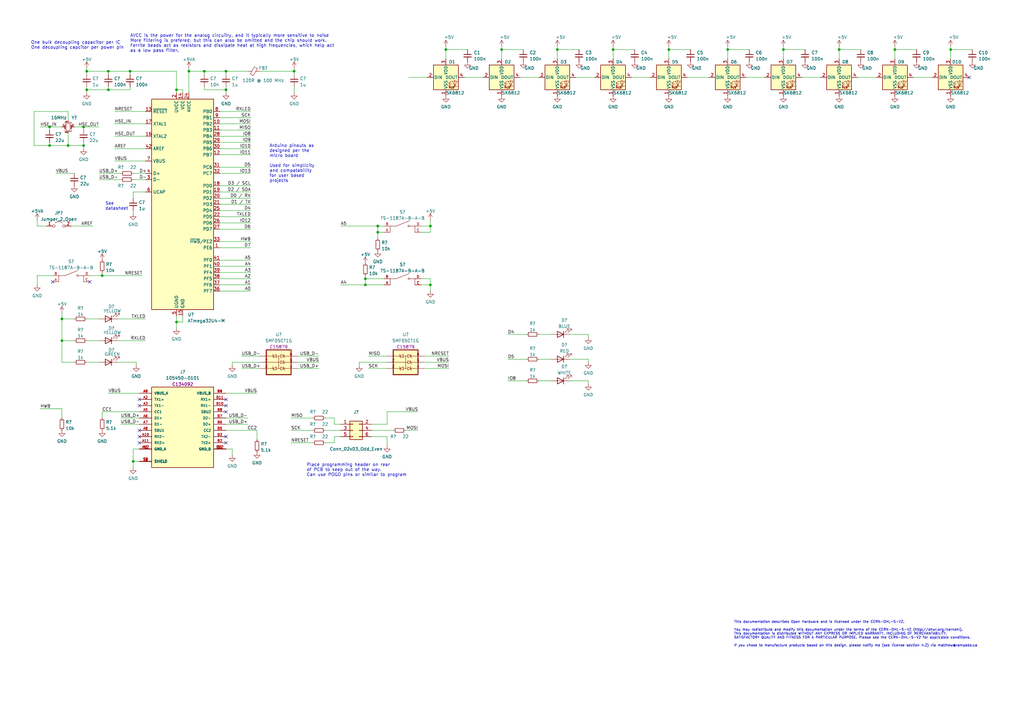
<source format=kicad_sch>
(kicad_sch (version 20230121) (generator eeschema)
  (paper "A3")
  (title_block (title "ALP Release Version") (date "2022-08-14") (rev "Revision 1") (company "Copyright (C) 2022 Matthew Rampado"))
  (junction (at 34.29 52.07))
  (junction (at 35.56 36.83))
  (junction (at 120.65 29.21))
  (junction (at 344.17 20.32))
  (junction (at 20.32 52.07))
  (junction (at 54.61 189.23))
  (junction (at 154.94 95.25))
  (junction (at 92.71 29.21))
  (junction (at 44.45 29.21))
  (junction (at 41.91 113.03))
  (junction (at 274.32 20.32))
  (junction (at 35.56 29.21))
  (junction (at 298.45 20.32))
  (junction (at 72.39 36.83))
  (junction (at 44.45 36.83))
  (junction (at 149.86 114.3))
  (junction (at 321.31 20.32))
  (junction (at 25.4 130.81))
  (junction (at 205.74 20.32))
  (junction (at 20.32 59.69))
  (junction (at 228.6 20.32))
  (junction (at 176.53 92.71))
  (junction (at 53.34 29.21))
  (junction (at 27.94 59.69))
  (junction (at 182.88 20.32))
  (junction (at 34.29 59.69))
  (junction (at 25.4 139.7))
  (junction (at 367.03 20.32))
  (junction (at 77.47 29.21))
  (junction (at 72.39 132.08))
  (junction (at 83.82 29.21))
  (junction (at 154.94 92.71))
  (junction (at 176.53 116.84))
  (junction (at 251.46 20.32))
  (junction (at 149.86 116.84))
  (junction (at 92.71 36.83))
  (junction (at 389.89 20.32))
  (no_connect (at 36.83 115.57))
  (no_connect (at 21.59 115.57))
  (no_connect (at 57.15 181.61))
  (no_connect (at 57.15 179.07))
  (no_connect (at 57.15 176.53))
  (no_connect (at 57.15 166.37))
  (no_connect (at 57.15 163.83))
  (no_connect (at 92.71 163.83))
  (no_connect (at 92.71 181.61))
  (no_connect (at 92.71 179.07))
  (no_connect (at 92.71 168.91))
  (no_connect (at 92.71 166.37))
  (no_connect (at 397.51 31.75))
  (wire (pts (xy 54.61 189.23) (xy 54.61 191.77)))
  (wire (pts (xy 251.46 20.32) (xy 260.35 20.32)))
  (wire (pts (xy 241.3 148.59) (xy 241.3 147.32)))
  (wire (pts (xy 41.91 111.76) (xy 41.91 113.03)))
  (wire (pts (xy 120.65 27.94) (xy 120.65 29.21)))
  (wire (pts (xy 220.98 147.32) (xy 226.06 147.32)))
  (wire (pts (xy 35.56 36.83) (xy 44.45 36.83)))
  (wire (pts (xy 92.71 29.21) (xy 83.82 29.21)))
  (wire (pts (xy 344.17 20.32) (xy 353.06 20.32)))
  (wire (pts (xy 29.21 92.71) (xy 38.1 92.71)))
  (wire (pts (xy 53.34 29.21) (xy 72.39 29.21)))
  (wire (pts (xy 133.35 171.45) (xy 137.16 171.45)))
  (wire (pts (xy 90.17 111.76) (xy 102.87 111.76)))
  (wire (pts (xy 281.94 31.75) (xy 290.83 31.75)))
  (wire (pts (xy 90.17 45.72) (xy 102.87 45.72)))
  (wire (pts (xy 167.64 31.75) (xy 175.26 31.75)))
  (wire (pts (xy 120.65 29.21) (xy 120.65 30.48)))
  (wire (pts (xy 274.32 19.05) (xy 274.32 20.32)))
  (wire (pts (xy 176.53 92.71) (xy 176.53 95.25)))
  (wire (pts (xy 139.7 92.71) (xy 154.94 92.71)))
  (wire (pts (xy 92.71 36.83) (xy 92.71 38.1)))
  (wire (pts (xy 72.39 129.54) (xy 72.39 132.08)))
  (wire (pts (xy 367.03 24.13) (xy 367.03 20.32)))
  (wire (pts (xy 74.93 36.83) (xy 72.39 36.83)))
  (wire (pts (xy 27.94 45.72) (xy 13.97 45.72)))
  (wire (pts (xy 92.71 29.21) (xy 101.6 29.21)))
  (wire (pts (xy 90.17 76.2) (xy 102.87 76.2)))
  (wire (pts (xy 44.45 36.83) (xy 53.34 36.83)))
  (wire (pts (xy 176.53 95.25) (xy 172.72 95.25)))
  (wire (pts (xy 25.4 167.64) (xy 16.51 167.64)))
  (wire (pts (xy 121.92 148.59) (xy 130.81 148.59)))
  (wire (pts (xy 36.83 113.03) (xy 41.91 113.03)))
  (wire (pts (xy 90.17 93.98) (xy 102.87 93.98)))
  (wire (pts (xy 57.15 184.15) (xy 54.61 184.15)))
  (wire (pts (xy 20.32 59.69) (xy 27.94 59.69)))
  (wire (pts (xy 171.45 168.91) (xy 158.75 168.91)))
  (wire (pts (xy 182.88 24.13) (xy 182.88 20.32)))
  (wire (pts (xy 46.99 66.04) (xy 59.69 66.04)))
  (wire (pts (xy 99.06 151.13) (xy 106.68 151.13)))
  (wire (pts (xy 54.61 86.36) (xy 54.61 87.63)))
  (wire (pts (xy 233.68 156.21) (xy 241.3 156.21)))
  (wire (pts (xy 92.71 161.29) (xy 105.41 161.29)))
  (wire (pts (xy 55.88 148.59) (xy 48.26 148.59)))
  (wire (pts (xy 172.72 116.84) (xy 176.53 116.84)))
  (wire (pts (xy 228.6 24.13) (xy 228.6 20.32)))
  (wire (pts (xy 274.32 20.32) (xy 283.21 20.32)))
  (wire (pts (xy 90.17 99.06) (xy 102.87 99.06)))
  (wire (pts (xy 208.28 147.32) (xy 215.9 147.32)))
  (wire (pts (xy 151.13 146.05) (xy 158.75 146.05)))
  (wire (pts (xy 157.48 114.3) (xy 149.86 114.3)))
  (wire (pts (xy 53.34 36.83) (xy 53.34 35.56)))
  (wire (pts (xy 25.4 139.7) (xy 30.48 139.7)))
  (wire (pts (xy 389.89 20.32) (xy 398.78 20.32)))
  (wire (pts (xy 241.3 147.32) (xy 233.68 147.32)))
  (wire (pts (xy 328.93 31.75) (xy 336.55 31.75)))
  (wire (pts (xy 172.72 114.3) (xy 176.53 114.3)))
  (wire (pts (xy 205.74 20.32) (xy 214.63 20.32)))
  (wire (pts (xy 20.32 58.42) (xy 20.32 59.69)))
  (wire (pts (xy 90.17 109.22) (xy 102.87 109.22)))
  (wire (pts (xy 176.53 90.17) (xy 176.53 92.71)))
  (wire (pts (xy 34.29 58.42) (xy 34.29 59.69)))
  (wire (pts (xy 34.29 52.07) (xy 40.64 52.07)))
  (wire (pts (xy 54.61 78.74) (xy 54.61 81.28)))
  (wire (pts (xy 344.17 24.13) (xy 344.17 20.32)))
  (wire (pts (xy 158.75 179.07) (xy 158.75 182.88)))
  (wire (pts (xy 90.17 91.44) (xy 102.87 91.44)))
  (wire (pts (xy 25.4 128.27) (xy 25.4 130.81)))
  (wire (pts (xy 74.93 38.1) (xy 74.93 36.83)))
  (wire (pts (xy 298.45 20.32) (xy 307.34 20.32)))
  (wire (pts (xy 34.29 59.69) (xy 34.29 60.96)))
  (wire (pts (xy 27.94 49.53) (xy 27.94 45.72)))
  (wire (pts (xy 233.68 137.16) (xy 241.3 137.16)))
  (wire (pts (xy 173.99 146.05) (xy 184.15 146.05)))
  (wire (pts (xy 48.26 139.7) (xy 59.69 139.7)))
  (wire (pts (xy 92.71 35.56) (xy 92.71 36.83)))
  (wire (pts (xy 46.99 50.8) (xy 59.69 50.8)))
  (wire (pts (xy 90.17 71.12) (xy 102.87 71.12)))
  (wire (pts (xy 321.31 19.05) (xy 321.31 20.32)))
  (wire (pts (xy 92.71 184.15) (xy 95.25 184.15)))
  (wire (pts (xy 151.13 151.13) (xy 158.75 151.13)))
  (wire (pts (xy 173.99 148.59) (xy 184.15 148.59)))
  (wire (pts (xy 46.99 55.88) (xy 59.69 55.88)))
  (wire (pts (xy 35.56 148.59) (xy 40.64 148.59)))
  (wire (pts (xy 147.32 148.59) (xy 147.32 149.86)))
  (wire (pts (xy 25.4 130.81) (xy 25.4 139.7)))
  (wire (pts (xy 106.68 148.59) (xy 95.25 148.59)))
  (wire (pts (xy 90.17 55.88) (xy 102.87 55.88)))
  (wire (pts (xy 90.17 116.84) (xy 102.87 116.84)))
  (wire (pts (xy 172.72 92.71) (xy 176.53 92.71)))
  (wire (pts (xy 119.38 181.61) (xy 128.27 181.61)))
  (wire (pts (xy 241.3 137.16) (xy 241.3 138.43)))
  (wire (pts (xy 57.15 168.91) (xy 41.91 168.91)))
  (wire (pts (xy 74.93 132.08) (xy 72.39 132.08)))
  (wire (pts (xy 90.17 86.36) (xy 102.87 86.36)))
  (wire (pts (xy 35.56 35.56) (xy 35.56 36.83)))
  (wire (pts (xy 34.29 59.69) (xy 27.94 59.69)))
  (wire (pts (xy 54.61 71.12) (xy 59.69 71.12)))
  (wire (pts (xy 25.4 148.59) (xy 30.48 148.59)))
  (wire (pts (xy 344.17 19.05) (xy 344.17 20.32)))
  (wire (pts (xy 205.74 24.13) (xy 205.74 20.32)))
  (wire (pts (xy 55.88 149.86) (xy 55.88 148.59)))
  (wire (pts (xy 154.94 95.25) (xy 154.94 97.79)))
  (wire (pts (xy 137.16 173.99) (xy 139.7 173.99)))
  (wire (pts (xy 53.34 29.21) (xy 53.34 30.48)))
  (wire (pts (xy 13.97 59.69) (xy 20.32 59.69)))
  (wire (pts (xy 15.24 113.03) (xy 15.24 116.84)))
  (wire (pts (xy 321.31 20.32) (xy 330.2 20.32)))
  (wire (pts (xy 90.17 101.6) (xy 102.87 101.6)))
  (wire (pts (xy 228.6 19.05) (xy 228.6 20.32)))
  (wire (pts (xy 20.32 52.07) (xy 25.4 52.07)))
  (wire (pts (xy 157.48 92.71) (xy 154.94 92.71)))
  (wire (pts (xy 220.98 137.16) (xy 226.06 137.16)))
  (wire (pts (xy 44.45 29.21) (xy 44.45 30.48)))
  (wire (pts (xy 48.26 130.81) (xy 59.69 130.81)))
  (wire (pts (xy 139.7 116.84) (xy 149.86 116.84)))
  (wire (pts (xy 298.45 19.05) (xy 298.45 20.32)))
  (wire (pts (xy 158.75 148.59) (xy 147.32 148.59)))
  (wire (pts (xy 182.88 19.05) (xy 182.88 20.32)))
  (wire (pts (xy 54.61 73.66) (xy 59.69 73.66)))
  (wire (pts (xy 77.47 27.94) (xy 77.47 29.21)))
  (wire (pts (xy 44.45 161.29) (xy 57.15 161.29)))
  (wire (pts (xy 90.17 63.5) (xy 102.87 63.5)))
  (wire (pts (xy 99.06 146.05) (xy 106.68 146.05)))
  (wire (pts (xy 92.71 171.45) (xy 101.6 171.45)))
  (wire (pts (xy 119.38 171.45) (xy 128.27 171.45)))
  (wire (pts (xy 259.08 31.75) (xy 266.7 31.75)))
  (wire (pts (xy 20.32 52.07) (xy 20.32 53.34)))
  (wire (pts (xy 241.3 156.21) (xy 241.3 157.48)))
  (wire (pts (xy 21.59 113.03) (xy 15.24 113.03)))
  (wire (pts (xy 251.46 24.13) (xy 251.46 20.32)))
  (wire (pts (xy 83.82 36.83) (xy 92.71 36.83)))
  (wire (pts (xy 54.61 189.23) (xy 57.15 189.23)))
  (wire (pts (xy 208.28 156.21) (xy 215.9 156.21)))
  (wire (pts (xy 95.25 184.15) (xy 95.25 186.69)))
  (wire (pts (xy 166.37 176.53) (xy 171.45 176.53)))
  (wire (pts (xy 25.4 139.7) (xy 25.4 148.59)))
  (wire (pts (xy 274.32 24.13) (xy 274.32 20.32)))
  (wire (pts (xy 49.53 171.45) (xy 57.15 171.45)))
  (wire (pts (xy 72.39 29.21) (xy 72.39 36.83)))
  (wire (pts (xy 389.89 24.13) (xy 389.89 20.32)))
  (wire (pts (xy 25.4 130.81) (xy 30.48 130.81)))
  (wire (pts (xy 15.24 92.71) (xy 19.05 92.71)))
  (wire (pts (xy 149.86 114.3) (xy 149.86 113.03)))
  (wire (pts (xy 90.17 48.26) (xy 102.87 48.26)))
  (wire (pts (xy 298.45 24.13) (xy 298.45 20.32)))
  (wire (pts (xy 90.17 60.96) (xy 102.87 60.96)))
  (wire (pts (xy 157.48 116.84) (xy 149.86 116.84)))
  (wire (pts (xy 213.36 31.75) (xy 220.98 31.75)))
  (wire (pts (xy 306.07 31.75) (xy 313.69 31.75)))
  (wire (pts (xy 90.17 53.34) (xy 102.87 53.34)))
  (wire (pts (xy 182.88 20.32) (xy 191.77 20.32)))
  (wire (pts (xy 46.99 60.96) (xy 59.69 60.96)))
  (wire (pts (xy 35.56 29.21) (xy 44.45 29.21)))
  (wire (pts (xy 40.64 73.66) (xy 49.53 73.66)))
  (wire (pts (xy 35.56 29.21) (xy 35.56 30.48)))
  (wire (pts (xy 152.4 176.53) (xy 161.29 176.53)))
  (wire (pts (xy 137.16 181.61) (xy 133.35 181.61)))
  (wire (pts (xy 173.99 151.13) (xy 184.15 151.13)))
  (wire (pts (xy 40.64 71.12) (xy 49.53 71.12)))
  (wire (pts (xy 92.71 173.99) (xy 101.6 173.99)))
  (wire (pts (xy 77.47 29.21) (xy 77.47 38.1)))
  (wire (pts (xy 83.82 29.21) (xy 77.47 29.21)))
  (wire (pts (xy 154.94 92.71) (xy 154.94 95.25)))
  (wire (pts (xy 16.51 52.07) (xy 20.32 52.07)))
  (wire (pts (xy 158.75 173.99) (xy 152.4 173.99)))
  (wire (pts (xy 95.25 148.59) (xy 95.25 149.86)))
  (wire (pts (xy 251.46 19.05) (xy 251.46 20.32)))
  (wire (pts (xy 72.39 36.83) (xy 72.39 38.1)))
  (wire (pts (xy 90.17 81.28) (xy 102.87 81.28)))
  (wire (pts (xy 121.92 151.13) (xy 130.81 151.13)))
  (wire (pts (xy 367.03 20.32) (xy 375.92 20.32)))
  (wire (pts (xy 120.65 35.56) (xy 120.65 38.1)))
  (wire (pts (xy 321.31 24.13) (xy 321.31 20.32)))
  (wire (pts (xy 83.82 29.21) (xy 83.82 30.48)))
  (wire (pts (xy 158.75 168.91) (xy 158.75 173.99)))
  (wire (pts (xy 351.79 31.75) (xy 359.41 31.75)))
  (wire (pts (xy 41.91 168.91) (xy 41.91 171.45)))
  (wire (pts (xy 90.17 50.8) (xy 102.87 50.8)))
  (wire (pts (xy 54.61 184.15) (xy 54.61 189.23)))
  (wire (pts (xy 190.5 31.75) (xy 198.12 31.75)))
  (wire (pts (xy 133.35 176.53) (xy 139.7 176.53)))
  (wire (pts (xy 106.68 29.21) (xy 120.65 29.21)))
  (wire (pts (xy 205.74 19.05) (xy 205.74 20.32)))
  (wire (pts (xy 90.17 114.3) (xy 102.87 114.3)))
  (wire (pts (xy 220.98 156.21) (xy 226.06 156.21)))
  (wire (pts (xy 90.17 68.58) (xy 102.87 68.58)))
  (wire (pts (xy 90.17 119.38) (xy 102.87 119.38)))
  (wire (pts (xy 15.24 90.17) (xy 15.24 92.71)))
  (wire (pts (xy 25.4 171.45) (xy 25.4 167.64)))
  (wire (pts (xy 74.93 129.54) (xy 74.93 132.08)))
  (wire (pts (xy 90.17 88.9) (xy 102.87 88.9)))
  (wire (pts (xy 59.69 78.74) (xy 54.61 78.74)))
  (wire (pts (xy 27.94 54.61) (xy 27.94 59.69)))
  (wire (pts (xy 90.17 58.42) (xy 102.87 58.42)))
  (wire (pts (xy 34.29 52.07) (xy 34.29 53.34)))
  (wire (pts (xy 83.82 35.56) (xy 83.82 36.83)))
  (wire (pts (xy 49.53 173.99) (xy 57.15 173.99)))
  (wire (pts (xy 137.16 179.07) (xy 137.16 181.61)))
  (wire (pts (xy 154.94 95.25) (xy 157.48 95.25)))
  (wire (pts (xy 30.48 52.07) (xy 34.29 52.07)))
  (wire (pts (xy 139.7 179.07) (xy 137.16 179.07)))
  (wire (pts (xy 44.45 36.83) (xy 44.45 35.56)))
  (wire (pts (xy 121.92 146.05) (xy 130.81 146.05)))
  (wire (pts (xy 41.91 113.03) (xy 58.42 113.03)))
  (wire (pts (xy 389.89 19.05) (xy 389.89 20.32)))
  (wire (pts (xy 105.41 176.53) (xy 105.41 180.34)))
  (wire (pts (xy 176.53 116.84) (xy 176.53 119.38)))
  (wire (pts (xy 90.17 106.68) (xy 102.87 106.68)))
  (wire (pts (xy 44.45 29.21) (xy 53.34 29.21)))
  (wire (pts (xy 137.16 171.45) (xy 137.16 173.99)))
  (wire (pts (xy 374.65 31.75) (xy 382.27 31.75)))
  (wire (pts (xy 152.4 179.07) (xy 158.75 179.07)))
  (wire (pts (xy 35.56 36.83) (xy 35.56 38.1)))
  (wire (pts (xy 90.17 83.82) (xy 102.87 83.82)))
  (wire (pts (xy 92.71 176.53) (xy 105.41 176.53)))
  (wire (pts (xy 119.38 176.53) (xy 128.27 176.53)))
  (wire (pts (xy 228.6 20.32) (xy 237.49 20.32)))
  (wire (pts (xy 208.28 137.16) (xy 215.9 137.16)))
  (wire (pts (xy 367.03 19.05) (xy 367.03 20.32)))
  (wire (pts (xy 176.53 114.3) (xy 176.53 116.84)))
  (wire (pts (xy 149.86 116.84) (xy 149.86 114.3)))
  (wire (pts (xy 90.17 78.74) (xy 102.87 78.74)))
  (wire (pts (xy 35.56 139.7) (xy 40.64 139.7)))
  (wire (pts (xy 22.86 71.12) (xy 30.48 71.12)))
  (wire (pts (xy 236.22 31.75) (xy 243.84 31.75)))
  (wire (pts (xy 46.99 45.72) (xy 59.69 45.72)))
  (wire (pts (xy 92.71 29.21) (xy 92.71 30.48)))
  (wire (pts (xy 35.56 130.81) (xy 40.64 130.81)))
  (wire (pts (xy 13.97 45.72) (xy 13.97 59.69)))
  (wire (pts (xy 35.56 27.94) (xy 35.56 29.21)))
  (wire (pts (xy 72.39 132.08) (xy 72.39 134.62)))
  (text "Place programming header on rear \nof PCB to keep out of the way.\nCan use POGO pins or similar to program" (at 125.73 195.58 0) (effects (font (size 1.27 1.27)) (justify left bottom)))
  (text "AVCC is the power for the analog circuitry, and it typically more sensitive to noise\nMore filtering is prefered, but this can also be omitted and the chip should work. \nFerrite beads act as resistors and dissipate heat at high frequencies, which help act\nas a low pass filter. \n" (at 53.34 21.59 0) (effects (font (size 1.27 1.27)) (justify left bottom)))
  (text "See\ndatasheet" (at 43.18 86.36 0) (effects (font (size 1.27 1.27)) (justify left bottom)))
  (text "One bulk decoupling capacitor per IC\nOne decoupling capcitor per power pin" (at 12.7 20.32 0) (effects (font (size 1.27 1.27)) (justify left bottom)))
  (text "This documentation describes Open Hardware and is licensed under the CERN-OHL-S-V2.\n\nYou may redistribute and modify this documentation under the terms of the CERN-OHL-S-V2 (http://ohwr.org/cernohl).\nThis documentation is distributed WITHOUT ANY EXPRESS OR IMPLIED WARRANTY, INCLUDING OF MERCHANTABILITY, \nSATISFACTORY QUALITY AND FITNESS FOR A PARTICULAR PURPOSE. Please see the CERN-OHL-S-V2 for applicable conditions. \n\nIf you chose to manufacture products based on this design, please notify me (see license section 4.2) via matthew@rampado.ca" (at 300.99 265.43 0) (effects (font (size 1 1)) (justify left bottom)))
  (text "Arduino pinouts as \ndesigned per the \nmicro board\n\nUsed for simplicity\nand compatability \nfor user based \nprojects" (at 110.49 74.93 0) (effects (font (size 1.27 1.27)) (justify left bottom)))
  (label "A4" (at 102.87 109.22 180))
  (label "IO12" (at 102.87 91.44 180))
  (label "HSE_IN" (at 16.51 52.07 0))
  (label "IO13" (at 102.87 71.12 180))
  (label "USB_D+" (at 130.81 151.13 180))
  (label "MISO" (at 119.38 171.45 0))
  (label "USB_D-" (at 101.6 171.45 180))
  (label "D4" (at 102.87 86.36 180))
  (label "RXLED" (at 59.69 139.7 180))
  (label "VBUS" (at 46.99 66.04 0))
  (label "NRESET" (at 184.15 146.05 180))
  (label "A4" (at 139.7 116.84 0))
  (label "RXLED" (at 102.87 45.72 180))
  (label "A3" (at 102.87 111.76 180))
  (label "A0" (at 102.87 119.38 180))
  (label "USB_D-" (at 40.64 73.66 0))
  (label "SCK" (at 102.87 48.26 180))
  (label "SCK" (at 151.13 151.13 0))
  (label "CC1" (at 41.91 168.91 0))
  (label "SCK" (at 119.38 176.53 0))
  (label "IO11" (at 102.87 63.5 180))
  (label "HSE_OUT" (at 46.99 55.88 0))
  (label "A2" (at 102.87 114.3 180))
  (label "VBUS" (at 22.86 71.12 0))
  (label "MOSI" (at 102.87 50.8 180))
  (label "VBUS" (at 105.41 161.29 180))
  (label "D7" (at 102.87 101.6 180))
  (label "MISO" (at 151.13 146.05 0))
  (label "IO8" (at 102.87 55.88 180))
  (label "USB_D-" (at 99.06 146.05 0))
  (label "VBUS" (at 184.15 148.59 180))
  (label "USB_D-" (at 49.53 173.99 0))
  (label "MOSI" (at 171.45 176.53 180))
  (label "NRESET" (at 119.38 181.61 0))
  (label "D6" (at 102.87 93.98 180))
  (label "A1" (at 102.87 116.84 180))
  (label "D-" (at 57.15 73.66 0))
  (label "D2 {slash} SDA" (at 102.87 78.74 180))
  (label "USB_D+" (at 101.6 173.99 180))
  (label "USB_D+" (at 99.06 151.13 0))
  (label "NRESET" (at 58.42 113.03 180))
  (label "VBUS" (at 130.81 148.59 180))
  (label "A5" (at 102.87 106.68 180))
  (label "D4" (at 208.28 137.16 0))
  (label "IO8" (at 208.28 156.21 0))
  (label "USB_D+" (at 40.64 71.12 0))
  (label "TXLED" (at 102.87 88.9 180))
  (label "D5" (at 102.87 68.58 180))
  (label "D5" (at 208.28 147.32 0))
  (label "D3 {slash} SCL" (at 102.87 76.2 180))
  (label "AREF" (at 46.99 60.96 0))
  (label "HWB" (at 16.51 167.64 0))
  (label "NRESET" (at 46.99 45.72 0))
  (label "IO10" (at 102.87 60.96 180))
  (label "IO9" (at 102.87 58.42 180))
  (label "USB_D+" (at 49.53 171.45 0))
  (label "HSE_OUT" (at 40.64 52.07 180))
  (label "A5" (at 139.7 92.71 0))
  (label "VBUS" (at 171.45 168.91 180))
  (label "D1 {slash} TX" (at 102.87 83.82 180))
  (label "D0 {slash} RX" (at 102.87 81.28 180))
  (label "HSE_IN" (at 46.99 50.8 0))
  (label "AREF" (at 38.1 92.71 180))
  (label "D+" (at 57.15 71.12 0))
  (label "TXLED" (at 59.69 130.81 180))
  (label "MOSI" (at 184.15 151.13 180))
  (label "MISO" (at 102.87 53.34 180))
  (label "USB_D-" (at 130.81 146.05 180))
  (label "VBUS" (at 44.45 161.29 0))
  (label "HWB" (at 102.87 99.06 180))
  (label "CC2" (at 105.41 176.53 180))
  (symbol (lib_id "Device:R_Small") (at 154.94 100.33 180) (unit 1)
    (property "Reference" "R?" (at 156.4386 99.4953 0) (effects (justify right)))
    (property "Value" "10k" (at 156.4386 102.0322 0) (effects (justify right)))
    (property "Footprint" "Resistor_SMD:R_0603_1608Metric_Pad0.98x0.95mm_HandSolder" (effects hide))
    (property "JLCPCB Part #" "C21190" (effects hide))
  )
  (symbol (lib_id "Device:R_Small") (at 52.07 71.12 90) (unit 1)
    (property "Reference" "R?" (at 49.53 68.58 90))
    (property "Value" "22" (at 54.61 68.58 90))
    (property "Footprint" "Resistor_SMD:R_0603_1608Metric_Pad0.98x0.95mm_HandSolder" (effects hide))
    (property "JLCPCB Part #" "C23345" (effects hide))
  )
  (symbol (lib_name "+5V_1") (lib_id "power:+5V") (at 389.89 19.05 0) (unit 1)
    (property "Reference" "#PWR028" (effects hide))
    (property "Value" "+5V" (at 391.16 15.24 0))
  )
  (symbol (lib_id "Rampado_Master:SK6812_Side") (at 251.46 31.75 0) (unit 1)
    (property "Reference" "D4" (at 254 25.4 0))
    (property "Value" "SK6812" (at 255.27 38.1 0))
    (property "JLCPCB Part #" "C2890037" (effects hide))
  )
  (symbol (lib_id "power:GND") (at 330.2 25.4 0) (unit 1)
    (property "Reference" "#PWR021" (effects hide))
    (property "Value" "GND" (at 332.74 27.94 0))
  )
  (symbol (lib_id "power:+5V") (at 149.86 107.95 0) (unit 1)
    (property "Reference" "#PWR?" (effects hide))
    (property "Value" "+5V" (at 149.86 104.3742 0))
  )
  (symbol (lib_id "power:GND") (at 176.53 119.38 0) (unit 1)
    (property "Reference" "#PWR?" (effects hide))
    (property "Value" "GND" (at 176.53 123.8234 0))
  )
  (symbol (lib_id "power:GND") (at 205.74 39.37 0) (unit 1)
    (property "Reference" "#PWR05" (effects hide))
    (property "Value" "GND" (at 205.74 43.8134 0))
  )
  (symbol (lib_id "power:+5V") (at 35.56 27.94 0) (unit 1)
    (property "Reference" "#PWR?" (effects hide))
    (property "Value" "+5V" (at 35.56 24.3642 0))
  )
  (symbol (lib_id "Device:C_Small") (at 54.61 83.82 0) (unit 1)
    (property "Reference" "C?" (at 56.9341 82.9916 0) (effects (justify left)))
    (property "Value" "1u" (at 56.9341 85.5285 0) (effects (justify left)))
    (property "Footprint" "Capacitor_SMD:C_0603_1608Metric_Pad1.08x0.95mm_HandSolder" (effects hide))
    (property "JLCPCB Part #" "C15849" (effects hide))
  )
  (symbol (lib_id "Device:C_Small") (at 237.49 22.86 0) (unit 1)
    (property "Reference" "C3" (at 240.03 21.5963 0) (effects (justify left)))
    (property "Value" "100n" (at 240.03 24.1363 0) (effects (justify left)))
  )
  (symbol (lib_id "power:+5V") (at 25.4 128.27 0) (unit 1)
    (property "Reference" "#PWR?" (effects hide))
    (property "Value" "+5V" (at 25.4 124.6942 0))
  )
  (symbol (lib_name "+5V_1") (lib_id "power:+5V") (at 251.46 19.05 0) (unit 1)
    (property "Reference" "#PWR010" (effects hide))
    (property "Value" "+5V" (at 252.73 15.24 0))
  )
  (symbol (lib_id "Device:R_Small") (at 130.81 181.61 90) (unit 1)
    (property "Reference" "R?" (at 128.27 179.07 90))
    (property "Value" "22" (at 133.35 179.07 90))
    (property "Footprint" "Resistor_SMD:R_0603_1608Metric_Pad0.98x0.95mm_HandSolder" (effects hide))
    (property "JLCPCB Part #" "C23345" (effects hide))
  )
  (symbol (lib_id "Device:C_Small") (at 283.21 22.86 0) (unit 1)
    (property "Reference" "C5" (at 285.75 21.5963 0) (effects (justify left)))
    (property "Value" "100n" (at 285.75 24.1363 0) (effects (justify left)))
  )
  (symbol (lib_id "Connector_Generic:Conn_02x03_Odd_Even") (at 144.78 176.53 0) (unit 1)
    (property "Reference" "J?" (at 146.05 169.0202 0))
    (property "Value" "Conn_02x03_Odd_Even" (at 146.05 184.15 0))
    (property "Footprint" "Connector_PinHeader_2.54mm:PinHeader_2x03_P2.54mm_Vertical" (effects hide))
    (property "JLCPCB Part #" "C65114" (effects hide))
  )
  (symbol (lib_id "Device:C_Small") (at 30.48 73.66 0) (unit 1)
    (property "Reference" "C?" (at 32.8041 72.8316 0) (effects (justify left)))
    (property "Value" "22u" (at 32.8041 75.3685 0) (effects (justify left)))
    (property "Footprint" "Capacitor_SMD:C_0603_1608Metric_Pad1.08x0.95mm_HandSolder" (effects hide))
    (property "JLCPCB Part #" "C59461" (effects hide))
  )
  (symbol (lib_id "power:GND") (at 344.17 39.37 0) (unit 1)
    (property "Reference" "#PWR023" (effects hide))
    (property "Value" "GND" (at 344.17 43.8134 0))
  )
  (symbol (lib_id "power:+5VA") (at 15.24 90.17 0) (unit 1)
    (property "Reference" "#PWR?" (effects hide))
    (property "Value" "+5VA" (at 15.24 86.5942 0))
  )
  (symbol (lib_id "power:GND") (at 54.61 87.63 0) (unit 1)
    (property "Reference" "#PWR?" (effects hide))
    (property "Value" "GND" (at 54.61 92.0734 0))
  )
  (symbol (lib_id "Rampado_Master:SMF05CT1G") (at 166.37 148.59 0) (unit 1)
    (property "Reference" "U?" (at 166.37 137.1972 0))
    (property "Value" "SMF05CT1G" (at 166.37 139.7341 0))
    (property "Footprint" "SOT65P210X110-6N" (effects hide))
    (property "JLCPCB Part #" "C15879" (at 166.37 142.271 0))
    (property "STANDARD" "IPC7351B" (effects hide))
    (property "MP" "SMF05CT1G" (effects hide))
    (property "MANUFACTURER" "ON Semiconductor" (effects hide))
    (property "PACKAGE" "SOT-363 ON Semiconductor" (effects hide))
    (property "DESCRIPTION" "SMF05C Series 7.2 V 100 W 5-Line Transient Voltage Suppressor Array - SC-88" (effects hide))
    (property "PRICE" "None" (effects hide))
  )
  (symbol (lib_id "Rampado_Master:SK6812_Side") (at 205.74 31.75 0) (unit 1)
    (property "Reference" "D2" (at 208.28 25.4 0))
    (property "Value" "SK6812" (at 209.55 38.1 0))
    (property "JLCPCB Part #" "C2890037" (effects hide))
  )
  (symbol (lib_id "Device:R_Small") (at 163.83 176.53 90) (unit 1)
    (property "Reference" "R?" (at 161.29 179.07 90))
    (property "Value" "22" (at 166.37 179.07 90))
    (property "Footprint" "Resistor_SMD:R_0603_1608Metric_Pad0.98x0.95mm_HandSolder" (effects hide))
    (property "JLCPCB Part #" "C23345" (effects hide))
  )
  (symbol (lib_id "power:GND") (at 251.46 39.37 0) (unit 1)
    (property "Reference" "#PWR011" (effects hide))
    (property "Value" "GND" (at 251.46 43.8134 0))
  )
  (symbol (lib_id "Device:C_Small") (at 214.63 22.86 0) (unit 1)
    (property "Reference" "C2" (at 217.17 21.5963 0) (effects (justify left)))
    (property "Value" "100n" (at 217.17 24.1363 0) (effects (justify left)))
  )
  (symbol (lib_id "power:GND") (at 321.31 39.37 0) (unit 1)
    (property "Reference" "#PWR020" (effects hide))
    (property "Value" "GND" (at 321.31 43.8134 0))
  )
  (symbol (lib_id "power:GND") (at 307.34 25.4 0) (unit 1)
    (property "Reference" "#PWR018" (effects hide))
    (property "Value" "GND" (at 309.88 27.94 0))
  )
  (symbol (lib_id "Device:R_Small") (at 130.81 176.53 90) (unit 1)
    (property "Reference" "R?" (at 128.27 173.99 90))
    (property "Value" "22" (at 133.35 173.99 90))
    (property "Footprint" "Resistor_SMD:R_0603_1608Metric_Pad0.98x0.95mm_HandSolder" (effects hide))
    (property "JLCPCB Part #" "C23345" (effects hide))
  )
  (symbol (lib_id "Device:R_Small") (at 149.86 110.49 180) (unit 1)
    (property "Reference" "R?" (at 151.3586 109.6553 0) (effects (justify right)))
    (property "Value" "10k" (at 151.3586 112.1922 0) (effects (justify right)))
    (property "Footprint" "Resistor_SMD:R_0603_1608Metric_Pad0.98x0.95mm_HandSolder" (effects hide))
    (property "JLCPCB Part #" "C21190" (effects hide))
  )
  (symbol (lib_id "Rampado_Master:SK6812_Side") (at 274.32 31.75 0) (unit 1)
    (property "Reference" "D5" (at 276.86 25.4 0))
    (property "Value" "SK6812" (at 278.13 38.1 0))
    (property "JLCPCB Part #" "C2890037" (effects hide))
  )
  (symbol (lib_id "power:+5VA") (at 77.47 27.94 0) (unit 1)
    (property "Reference" "#PWR?" (effects hide))
    (property "Value" "+5VA" (at 77.47 24.3642 0))
  )
  (symbol (lib_id "power:GND") (at 158.75 182.88 0) (unit 1)
    (property "Reference" "#PWR?" (effects hide))
    (property "Value" "GND" (at 158.75 187.3234 0))
  )
  (symbol (lib_id "Device:C_Small") (at 44.45 33.02 0) (unit 1)
    (property "Reference" "C?" (at 46.7741 32.1916 0) (effects (justify left)))
    (property "Value" "100n" (at 46.7741 34.7285 0) (effects (justify left)))
    (property "Footprint" "Capacitor_SMD:C_0603_1608Metric_Pad1.08x0.95mm_HandSolder" (effects hide))
    (property "JLCPCB Part #" "C14663" (effects hide))
  )
  (symbol (lib_id "power:GND") (at 260.35 25.4 0) (unit 1)
    (property "Reference" "#PWR012" (effects hide))
    (property "Value" "GND" (at 262.89 27.94 0))
  )
  (symbol (lib_id "Device:C_Small") (at 191.77 22.86 0) (unit 1)
    (property "Reference" "C1" (at 194.31 21.5963 0) (effects (justify left)))
    (property "Value" "100n" (at 194.31 24.1363 0) (effects (justify left)))
  )
  (symbol (lib_name "+5V_1") (lib_id "power:+5V") (at 182.88 19.05 0) (unit 1)
    (property "Reference" "#PWR01" (effects hide))
    (property "Value" "+5V" (at 184.15 15.24 0))
  )
  (symbol (lib_id "Device:C_Small") (at 330.2 22.86 0) (unit 1)
    (property "Reference" "C7" (at 332.74 21.5963 0) (effects (justify left)))
    (property "Value" "100n" (at 332.74 24.1363 0) (effects (justify left)))
  )
  (symbol (lib_id "Device:LED") (at 229.87 147.32 180) (unit 1)
    (property "Reference" "D?" (at 231.4575 141.4612 0))
    (property "Value" "RED" (at 231.4575 143.9981 0))
    (property "Footprint" "LED_SMD:LED_0603_1608Metric_Pad1.05x0.95mm_HandSolder" (effects hide))
    (property "JLCPCB Part #" "C2286" (effects hide))
  )
  (symbol (lib_id "Device:C_Small") (at 353.06 22.86 0) (unit 1)
    (property "Reference" "C8" (at 355.6 21.5963 0) (effects (justify left)))
    (property "Value" "100n" (at 355.6 24.1363 0) (effects (justify left)))
  )
  (symbol (lib_id "Device:LED") (at 44.45 139.7 180) (unit 1)
    (property "Reference" "D?" (at 45.72 134.62 0))
    (property "Value" "YELLOW" (at 46.0375 136.3781 0))
    (property "Footprint" "LED_SMD:LED_0603_1608Metric_Pad1.05x0.95mm_HandSolder" (effects hide))
    (property "JLCPCB Part #" "C72038" (effects hide))
  )
  (symbol (lib_id "Device:C_Small") (at 83.82 33.02 0) (unit 1)
    (property "Reference" "C?" (at 86.1441 32.1916 0) (effects (justify left)))
    (property "Value" "10n" (at 86.1441 34.7285 0) (effects (justify left)))
    (property "Footprint" "Capacitor_SMD:C_0603_1608Metric_Pad1.08x0.95mm_HandSolder" (effects hide))
    (property "JLCPCB Part #" "C57112" (effects hide))
  )
  (symbol (lib_id "power:GND") (at 353.06 25.4 0) (unit 1)
    (property "Reference" "#PWR024" (effects hide))
    (property "Value" "GND" (at 355.6 27.94 0))
  )
  (symbol (lib_id "power:GND") (at 95.25 149.86 0) (unit 1)
    (property "Reference" "#PWR?" (effects hide))
    (property "Value" "GND" (at 95.25 154.3034 0))
  )
  (symbol (lib_id "Device:C_Small") (at 120.65 33.02 0) (unit 1)
    (property "Reference" "C?" (at 122.9741 32.1916 0) (effects (justify left)))
    (property "Value" "1u" (at 122.9741 34.7285 0) (effects (justify left)))
    (property "Footprint" "Capacitor_SMD:C_0603_1608Metric_Pad1.08x0.95mm_HandSolder" (effects hide))
    (property "JLCPCB Part #" "C15849" (effects hide))
  )
  (symbol (lib_id "power:GND") (at 241.3 157.48 0) (unit 1)
    (property "Reference" "#PWR?" (effects hide))
    (property "Value" "GND" (at 241.3 161.9234 0))
  )
  (symbol (lib_id "power:GND") (at 30.48 76.2 0) (unit 1)
    (property "Reference" "#PWR?" (effects hide))
    (property "Value" "GND" (at 30.48 80.6434 0))
  )
  (symbol (lib_id "power:GND") (at 55.88 149.86 0) (unit 1)
    (property "Reference" "#PWR?" (effects hide))
    (property "Value" "GND" (at 55.88 154.3034 0))
  )
  (symbol (lib_name "+5V_1") (lib_id "power:+5V") (at 274.32 19.05 0) (unit 1)
    (property "Reference" "#PWR013" (effects hide))
    (property "Value" "+5V" (at 275.59 15.24 0))
  )
  (symbol (lib_id "power:GND") (at 237.49 25.4 0) (unit 1)
    (property "Reference" "#PWR09" (effects hide))
    (property "Value" "GND" (at 240.03 27.94 0))
  )
  (symbol (lib_id "Rampado_Master:TS-1187A-B-A-B") (at 29.21 113.03 0) (unit 1)
    (property "Reference" "S?" (at 29.21 107.2474 0))
    (property "Value" "TS-1187A-B-A-B" (at 29.21 109.7843 0))
    (property "Footprint" "SW_TS-1187A-B-A-B" (effects hide))
    (property "JLCPCB Part #" "C318884" (effects hide))
    (property "MANUFACTURER" "XKB Industrial Precision" (effects hide))
    (property "STANDARD" "Manufacturer Recommendations" (effects hide))
    (property "MAXIMUM_PACKAGE_HEIGHT" "1.5mm" (effects hide))
    (property "PARTREV" "A0" (effects hide))
  )
  (symbol (lib_id "Rampado_Master:SK6812_Side") (at 389.89 31.75 0) (unit 1)
    (property "Reference" "D10" (at 392.43 25.4 0))
    (property "Value" "SK6812" (at 393.7 38.1 0))
    (property "JLCPCB Part #" "C2890037" (effects hide))
  )
  (symbol (lib_id "Device:C_Small") (at 20.32 55.88 0) (unit 1)
    (property "Reference" "C?" (at 22.6441 55.0516 0) (effects (justify left)))
    (property "Value" "22u" (at 22.6441 57.5885 0) (effects (justify left)))
    (property "Footprint" "Capacitor_SMD:C_0603_1608Metric_Pad1.08x0.95mm_HandSolder" (effects hide))
    (property "JLCPCB Part #" "C59461" (effects hide))
  )
  (symbol (lib_id "Device:R_Small") (at 218.44 137.16 90) (unit 1)
    (property "Reference" "R?" (at 218.44 132.7236 90))
    (property "Value" "1k" (at 218.44 135.2605 90))
    (property "Footprint" "Resistor_SMD:R_0603_1608Metric_Pad0.98x0.95mm_HandSolder" (effects hide))
    (property "JLCPCB Part #" "C21190" (effects hide))
  )
  (symbol (lib_id "Device:R_Small") (at 130.81 171.45 90) (unit 1)
    (property "Reference" "R?" (at 128.27 168.91 90))
    (property "Value" "22" (at 133.35 168.91 90))
    (property "Footprint" "Resistor_SMD:R_0603_1608Metric_Pad0.98x0.95mm_HandSolder" (effects hide))
    (property "JLCPCB Part #" "C23345" (effects hide))
  )
  (symbol (lib_id "power:GND") (at 34.29 60.96 0) (unit 1)
    (property "Reference" "#PWR?" (effects hide))
    (property "Value" "GND" (at 34.29 65.4034 0))
  )
  (symbol (lib_id "Rampado_Master:SK6812_Side") (at 298.45 31.75 0) (unit 1)
    (property "Reference" "D6" (at 300.99 25.4 0))
    (property "Value" "SK6812" (at 302.26 38.1 0))
    (property "JLCPCB Part #" "C2890037" (effects hide))
  )
  (symbol (lib_id "Rampado_Master:TS-1187A-B-A-B") (at 165.1 114.3 0) (unit 1)
    (property "Reference" "S?" (at 165.1 108.5174 0))
    (property "Value" "TS-1187A-B-A-B" (at 165.1 111.0543 0))
    (property "Footprint" "SW_TS-1187A-B-A-B" (effects hide))
    (property "JLCPCB Part #" "C318884" (effects hide))
    (property "MANUFACTURER" "XKB Industrial Precision" (effects hide))
    (property "STANDARD" "Manufacturer Recommendations" (effects hide))
    (property "MAXIMUM_PACKAGE_HEIGHT" "1.5mm" (effects hide))
    (property "PARTREV" "A0" (effects hide))
  )
  (symbol (lib_id "Device:C_Small") (at 53.34 33.02 0) (unit 1)
    (property "Reference" "C?" (at 55.6641 32.1916 0) (effects (justify left)))
    (property "Value" "100n" (at 55.6641 34.7285 0) (effects (justify left)))
    (property "Footprint" "Capacitor_SMD:C_0603_1608Metric_Pad1.08x0.95mm_HandSolder" (effects hide))
    (property "JLCPCB Part #" "C14663" (effects hide))
  )
  (symbol (lib_id "Device:C_Small") (at 34.29 55.88 0) (unit 1)
    (property "Reference" "C?" (at 36.6141 55.0516 0) (effects (justify left)))
    (property "Value" "22u" (at 36.6141 57.5885 0) (effects (justify left)))
    (property "Footprint" "Capacitor_SMD:C_0603_1608Metric_Pad1.08x0.95mm_HandSolder" (effects hide))
    (property "JLCPCB Part #" "C59461" (effects hide))
  )
  (symbol (lib_id "power:GND") (at 105.41 185.42 0) (unit 1)
    (property "Reference" "#PWR?" (effects hide))
    (property "Value" "GND" (at 105.41 189.8634 0))
  )
  (symbol (lib_id "Device:R_Small") (at 33.02 148.59 90) (unit 1)
    (property "Reference" "R?" (at 33.02 144.1536 90))
    (property "Value" "1k" (at 33.02 146.6905 90))
    (property "Footprint" "Resistor_SMD:R_0603_1608Metric_Pad0.98x0.95mm_HandSolder" (effects hide))
    (property "JLCPCB Part #" "C21190" (effects hide))
  )
  (symbol (lib_id "power:GND") (at 35.56 38.1 0) (unit 1)
    (property "Reference" "#PWR?" (effects hide))
    (property "Value" "GND" (at 35.56 42.5434 0))
  )
  (symbol (lib_id "power:GND") (at 15.24 116.84 0) (unit 1)
    (property "Reference" "#PWR?" (effects hide))
    (property "Value" "GND" (at 15.24 121.2834 0))
  )
  (symbol (lib_id "Device:LED") (at 229.87 137.16 180) (unit 1)
    (property "Reference" "D?" (at 231.4575 131.3012 0))
    (property "Value" "BLUE" (at 231.4575 133.8381 0))
    (property "Footprint" "LED_SMD:LED_0603_1608Metric_Pad1.05x0.95mm_HandSolder" (effects hide))
    (property "JLCPCB Part #" "C72041" (effects hide))
  )
  (symbol (lib_id "Device:R_Small") (at 105.41 182.88 0) (unit 1)
    (property "Reference" "R?" (at 106.9086 182.0453 0) (effects (justify left)))
    (property "Value" "5.1k" (at 106.9086 184.5822 0) (effects (justify left)))
    (property "Footprint" "Resistor_SMD:R_0603_1608Metric_Pad0.98x0.95mm_HandSolder" (effects hide))
    (property "JLCPCB Part #" "C23186" (effects hide))
  )
  (symbol (lib_id "power:GND") (at 72.39 134.62 0) (unit 1)
    (property "Reference" "#PWR?" (effects hide))
    (property "Value" "GND" (at 72.39 139.0634 0))
  )
  (symbol (lib_id "Rampado_Master:TS-1187A-B-A-B") (at 165.1 92.71 0) (unit 1)
    (property "Reference" "S?" (at 165.1 86.9274 0))
    (property "Value" "TS-1187A-B-A-B" (at 165.1 89.4643 0))
    (property "Footprint" "SW_TS-1187A-B-A-B" (effects hide))
    (property "JLCPCB Part #" "C318884" (effects hide))
    (property "MANUFACTURER" "XKB Industrial Precision" (effects hide))
    (property "STANDARD" "Manufacturer Recommendations" (effects hide))
    (property "MAXIMUM_PACKAGE_HEIGHT" "1.5mm" (effects hide))
    (property "PARTREV" "A0" (effects hide))
  )
  (symbol (lib_id "Device:C_Small") (at 260.35 22.86 0) (unit 1)
    (property "Reference" "C4" (at 262.89 21.5963 0) (effects (justify left)))
    (property "Value" "100n" (at 262.89 24.1363 0) (effects (justify left)))
  )
  (symbol (lib_id "power:GND") (at 92.71 38.1 0) (unit 1)
    (property "Reference" "#PWR?" (effects hide))
    (property "Value" "GND" (at 92.71 42.5434 0))
  )
  (symbol (lib_name "+5V_1") (lib_id "power:+5V") (at 205.74 19.05 0) (unit 1)
    (property "Reference" "#PWR04" (effects hide))
    (property "Value" "+5V" (at 207.01 15.24 0))
  )
  (symbol (lib_id "Device:LED") (at 44.45 130.81 180) (unit 1)
    (property "Reference" "D?" (at 45.72 125.73 0))
    (property "Value" "YELLOW" (at 46.0375 127.4881 0))
    (property "Footprint" "LED_SMD:LED_0603_1608Metric_Pad1.05x0.95mm_HandSolder" (effects hide))
    (property "JLCPCB Part #" "C72038" (effects hide))
  )
  (symbol (lib_id "power:GND") (at 228.6 39.37 0) (unit 1)
    (property "Reference" "#PWR08" (effects hide))
    (property "Value" "GND" (at 228.6 43.8134 0))
  )
  (symbol (lib_id "Rampado_Master:SK6812_Side") (at 367.03 31.75 0) (unit 1)
    (property "Reference" "D9" (at 369.57 25.4 0))
    (property "Value" "SK6812" (at 370.84 38.1 0))
    (property "JLCPCB Part #" "C2890037" (effects hide))
  )
  (symbol (lib_id "power:GND") (at 54.61 191.77 0) (unit 1)
    (property "Reference" "#PWR?" (effects hide))
    (property "Value" "GND" (at 54.61 196.2134 0))
  )
  (symbol (lib_id "power:GND") (at 274.32 39.37 0) (unit 1)
    (property "Reference" "#PWR014" (effects hide))
    (property "Value" "GND" (at 274.32 43.8134 0))
  )
  (symbol (lib_id "Rampado_Master:105450-0101") (at 74.93 173.99 0) (unit 1)
    (property "Reference" "J?" (at 74.93 152.5134 0))
    (property "Value" "105450-0101" (at 74.93 155.0503 0))
    (property "Footprint" "MOLEX_105450-0101" (effects hide))
    (property "JLCPCB Part #" "C134092" (at 74.93 157.5872 0))
    (property "PARTREV" "A7" (effects hide))
    (property "MANUFACTURER" "Molex" (effects hide))
    (property "MAXIMUM_PACKAGE_HEIGHT" "3.24mm" (effects hide))
    (property "STANDARD" "Manufacturer Recommendations" (effects hide))
  )
  (symbol (lib_id "power:GND") (at 25.4 176.53 0) (unit 1)
    (property "Reference" "#PWR?" (effects hide))
    (property "Value" "GND" (at 25.4 180.9734 0))
  )
  (symbol (lib_id "Rampado_Master:SK6812_Side") (at 228.6 31.75 0) (unit 1)
    (property "Reference" "D3" (at 231.14 25.4 0))
    (property "Value" "SK6812" (at 232.41 38.1 0))
    (property "JLCPCB Part #" "C2890037" (effects hide))
  )
  (symbol (lib_name "+5V_1") (lib_id "power:+5V") (at 298.45 19.05 0) (unit 1)
    (property "Reference" "#PWR016" (effects hide))
    (property "Value" "+5V" (at 299.72 15.24 0))
  )
  (symbol (lib_id "Rampado_Master:SMF05CT1G") (at 114.3 148.59 0) (unit 1)
    (property "Reference" "U?" (at 114.3 137.1972 0))
    (property "Value" "SMF05CT1G" (at 114.3 139.7341 0))
    (property "Footprint" "SOT65P210X110-6N" (effects hide))
    (property "JLCPCB Part #" "C15879" (at 114.3 142.271 0))
    (property "STANDARD" "IPC7351B" (effects hide))
    (property "MP" "SMF05CT1G" (effects hide))
    (property "MANUFACTURER" "ON Semiconductor" (effects hide))
    (property "PACKAGE" "SOT-363 ON Semiconductor" (effects hide))
    (property "DESCRIPTION" "SMF05C Series 7.2 V 100 W 5-Line Transient Voltage Suppressor Array - SC-88" (effects hide))
    (property "PRICE" "None" (effects hide))
  )
  (symbol (lib_id "Device:C_Small") (at 398.78 22.86 0) (unit 1)
    (property "Reference" "C10" (at 401.32 21.5963 0) (effects (justify left)))
    (property "Value" "100n" (at 401.32 24.1363 0) (effects (justify left)))
  )
  (symbol (lib_id "Device:C_Small") (at 375.92 22.86 0) (unit 1)
    (property "Reference" "C9" (at 378.46 21.5963 0) (effects (justify left)))
    (property "Value" "100n" (at 378.46 24.1363 0) (effects (justify left)))
  )
  (symbol (lib_id "Device:LED") (at 44.45 148.59 180) (unit 1)
    (property "Reference" "D?" (at 45.72 143.51 0))
    (property "Value" "GREEN" (at 46.0375 145.2681 0))
    (property "Footprint" "LED_SMD:LED_0603_1608Metric_Pad1.05x0.95mm_HandSolder" (effects hide))
    (property "JLCPCB Part #" "C72043" (effects hide))
  )
  (symbol (lib_id "power:GND") (at 398.78 25.4 0) (unit 1)
    (property "Reference" "#PWR030" (effects hide))
    (property "Value" "GND" (at 401.32 27.94 0))
  )
  (symbol (lib_id "power:GND") (at 41.91 176.53 0) (unit 1)
    (property "Reference" "#PWR?" (effects hide))
    (property "Value" "GND" (at 41.91 180.9734 0))
  )
  (symbol (lib_id "power:GND") (at 389.89 39.37 0) (unit 1)
    (property "Reference" "#PWR029" (effects hide))
    (property "Value" "GND" (at 389.89 43.8134 0))
  )
  (symbol (lib_id "Device:Crystal_GND24_Small") (at 27.94 52.07 0) (unit 1)
    (property "Reference" "Y?" (at 30.48 48.26 0))
    (property "Value" "16MHz" (at 24.13 48.26 0))
    (property "Footprint" "Crystal:Crystal_SMD_3225-4Pin_3.2x2.5mm_HandSoldering" (effects hide))
    (property "JLCPCB Part #" "C112972" (effects hide))
  )
  (symbol (lib_name "+5V_1") (lib_id "power:+5V") (at 344.17 19.05 0) (unit 1)
    (property "Reference" "#PWR022" (effects hide))
    (property "Value" "+5V" (at 345.44 15.24 0))
  )
  (symbol (lib_id "Device:R_Small") (at 41.91 109.22 180) (unit 1)
    (property "Reference" "R?" (at 43.4086 108.3853 0) (effects (justify right)))
    (property "Value" "10k" (at 43.4086 110.9222 0) (effects (justify right)))
    (property "Footprint" "Resistor_SMD:R_0603_1608Metric_Pad0.98x0.95mm_HandSolder" (effects hide))
    (property "JLCPCB Part #" "C21190" (effects hide))
  )
  (symbol (lib_id "Device:R_Small") (at 218.44 156.21 90) (unit 1)
    (property "Reference" "R?" (at 218.44 151.7736 90))
    (property "Value" "1k" (at 218.44 154.3105 90))
    (property "Footprint" "Resistor_SMD:R_0603_1608Metric_Pad0.98x0.95mm_HandSolder" (effects hide))
    (property "JLCPCB Part #" "C21190" (effects hide))
  )
  (symbol (lib_id "Device:FerriteBead_Small") (at 104.14 29.21 90) (unit 1)
    (property "Reference" "FB?" (at 107.95 27.94 90))
    (property "Value" "120R @ 100 MHz" (at 107.95 33.02 90))
    (property "Footprint" "Inductor_SMD:L_0805_2012Metric_Pad1.05x1.20mm_HandSolder" (effects hide))
    (property "JLCPCB Part #" "C1015" (effects hide))
  )
  (symbol (lib_id "Device:R_Small") (at 25.4 173.99 0) (unit 1)
    (property "Reference" "R?" (at 26.8986 173.1553 0) (effects (justify left)))
    (property "Value" "10k" (at 26.8986 175.6922 0) (effects (justify left)))
    (property "Footprint" "Resistor_SMD:R_0603_1608Metric_Pad0.98x0.95mm_HandSolder" (effects hide))
    (property "JLCPCB Part #" "C23186" (effects hide))
  )
  (symbol (lib_id "power:GND") (at 241.3 148.59 0) (unit 1)
    (property "Reference" "#PWR?" (effects hide))
    (property "Value" "GND" (at 241.3 153.0334 0))
  )
  (symbol (lib_name "+5V_1") (lib_id "power:+5V") (at 228.6 19.05 0) (unit 1)
    (property "Reference" "#PWR07" (effects hide))
    (property "Value" "+5V" (at 229.87 15.24 0))
  )
  (symbol (lib_id "MCU_Microchip_ATmega:ATmega32U4-M") (at 74.93 83.82 0) (unit 1)
    (property "Reference" "U?" (at 76.9494 129.0304 0) (effects (justify left)))
    (property "Value" "ATmega32U4-M" (at 76.9494 131.5673 0) (effects (justify left)))
    (property "Footprint" "Package_DFN_QFN:QFN-44-1EP_7x7mm_P0.5mm_EP5.2x5.2mm" (effects hide))
    (property "Datasheet" "http://ww1.microchip.com/downloads/en/DeviceDoc/Atmel-7766-8-bit-AVR-ATmega16U4-32U4_Datasheet.pdf" (effects hide))
    (property "JLCPCB Part #" "C112161" (effects hide))
  )
  (symbol (lib_id "power:GND") (at 241.3 138.43 0) (unit 1)
    (property "Reference" "#PWR?" (effects hide))
    (property "Value" "GND" (at 241.3 142.8734 0))
  )
  (symbol (lib_id "power:GND") (at 147.32 149.86 0) (unit 1)
    (property "Reference" "#PWR?" (effects hide))
    (property "Value" "GND" (at 147.32 154.3034 0))
  )
  (symbol (lib_id "Device:R_Small") (at 33.02 139.7 90) (unit 1)
    (property "Reference" "R?" (at 33.02 135.2636 90))
    (property "Value" "1k" (at 33.02 137.8005 90))
    (property "Footprint" "Resistor_SMD:R_0603_1608Metric_Pad0.98x0.95mm_HandSolder" (effects hide))
    (property "JLCPCB Part #" "C21190" (effects hide))
  )
  (symbol (lib_id "Device:R_Small") (at 41.91 173.99 0) (unit 1)
    (property "Reference" "R?" (at 43.4086 173.1553 0) (effects (justify left)))
    (property "Value" "5.1k" (at 43.4086 175.6922 0) (effects (justify left)))
    (property "Footprint" "Resistor_SMD:R_0603_1608Metric_Pad0.98x0.95mm_HandSolder" (effects hide))
    (property "JLCPCB Part #" "C23186" (effects hide))
  )
  (symbol (lib_id "power:+5V") (at 176.53 90.17 0) (unit 1)
    (property "Reference" "#PWR?" (effects hide))
    (property "Value" "+5V" (at 176.53 86.5942 0))
  )
  (symbol (lib_id "Device:R_Small") (at 52.07 73.66 90) (unit 1)
    (property "Reference" "R?" (at 49.53 76.2 90))
    (property "Value" "22" (at 54.61 76.2 90))
    (property "Footprint" "Resistor_SMD:R_0603_1608Metric_Pad0.98x0.95mm_HandSolder" (effects hide))
    (property "JLCPCB Part #" "C23345" (effects hide))
  )
  (symbol (lib_id "power:GND") (at 367.03 39.37 0) (unit 1)
    (property "Reference" "#PWR026" (effects hide))
    (property "Value" "GND" (at 367.03 43.8134 0))
  )
  (symbol (lib_name "+5V_1") (lib_id "power:+5V") (at 367.03 19.05 0) (unit 1)
    (property "Reference" "#PWR025" (effects hide))
    (property "Value" "+5V" (at 368.3 15.24 0))
  )
  (symbol (lib_id "Jumper:Jumper_2_Open") (at 24.13 92.71 0) (unit 1)
    (property "Reference" "JP?" (at 24.13 87.3592 0))
    (property "Value" "Jumper_2_Open" (at 24.13 89.8961 0))
    (property "Footprint" "Jumper:SolderJumper-2_P1.3mm_Open_RoundedPad1.0x1.5mm" (effects hide))
    (property "JLCPCB Part #" "N/A" (effects hide))
  )
  (symbol (lib_id "power:GND") (at 283.21 25.4 0) (unit 1)
    (property "Reference" "#PWR015" (effects hide))
    (property "Value" "GND" (at 285.75 27.94 0))
  )
  (symbol (lib_id "Rampado_Master:SK6812_Side") (at 182.88 31.75 0) (unit 1)
    (property "Reference" "D1" (at 185.42 25.4 0))
    (property "Value" "SK6812" (at 186.69 38.1 0))
    (property "JLCPCB Part #" "C2890037" (effects hide))
  )
  (symbol (lib_id "power:GND") (at 154.94 102.87 0) (unit 1)
    (property "Reference" "#PWR?" (effects hide))
    (property "Value" "GND" (at 154.94 107.3134 0))
  )
  (symbol (lib_id "power:GND") (at 298.45 39.37 0) (unit 1)
    (property "Reference" "#PWR017" (effects hide))
    (property "Value" "GND" (at 298.45 43.8134 0))
  )
  (symbol (lib_id "power:GND") (at 182.88 39.37 0) (unit 1)
    (property "Reference" "#PWR02" (effects hide))
    (property "Value" "GND" (at 182.88 43.8134 0))
  )
  (symbol (lib_id "Device:C_Small") (at 35.56 33.02 0) (unit 1)
    (property "Reference" "C?" (at 37.8841 32.1916 0) (effects (justify left)))
    (property "Value" "1u" (at 37.8841 34.7285 0) (effects (justify left)))
    (property "Footprint" "Capacitor_SMD:C_0603_1608Metric_Pad1.08x0.95mm_HandSolder" (effects hide))
    (property "JLCPCB Part #" "C15849" (effects hide))
  )
  (symbol (lib_id "power:+5V") (at 41.91 106.68 0) (unit 1)
    (property "Reference" "#PWR?" (effects hide))
    (property "Value" "+5V" (at 41.91 103.1042 0))
  )
  (symbol (lib_id "power:GND") (at 214.63 25.4 0) (unit 1)
    (property "Reference" "#PWR06" (effects hide))
    (property "Value" "GND" (at 217.17 27.94 0))
  )
  (symbol (lib_id "power:GND") (at 375.92 25.4 0) (unit 1)
    (property "Reference" "#PWR027" (effects hide))
    (property "Value" "GND" (at 378.46 27.94 0))
  )
  (symbol (lib_id "Device:C_Small") (at 92.71 33.02 0) (unit 1)
    (property "Reference" "C?" (at 95.0341 32.1916 0) (effects (justify left)))
    (property "Value" "1u" (at 95.0341 34.7285 0) (effects (justify left)))
    (property "Footprint" "Capacitor_SMD:C_0603_1608Metric_Pad1.08x0.95mm_HandSolder" (effects hide))
    (property "JLCPCB Part #" "C15849" (effects hide))
  )
  (symbol (lib_name "+5V_1") (lib_id "power:+5V") (at 321.31 19.05 0) (unit 1)
    (property "Reference" "#PWR019" (effects hide))
    (property "Value" "+5V" (at 322.58 15.24 0))
  )
  (symbol (lib_id "Device:R_Small") (at 218.44 147.32 90) (unit 1)
    (property "Reference" "R?" (at 218.44 142.8836 90))
    (property "Value" "1k" (at 218.44 145.4205 90))
    (property "Footprint" "Resistor_SMD:R_0603_1608Metric_Pad0.98x0.95mm_HandSolder" (effects hide))
    (property "JLCPCB Part #" "C21190" (effects hide))
  )
  (symbol (lib_id "power:GND") (at 120.65 38.1 0) (unit 1)
    (property "Reference" "#PWR?" (effects hide))
    (property "Value" "GND" (at 120.65 42.5434 0))
  )
  (symbol (lib_id "power:GND") (at 95.25 186.69 0) (unit 1)
    (property "Reference" "#PWR?" (effects hide))
    (property "Value" "GND" (at 95.25 191.1334 0))
  )
  (symbol (lib_id "Rampado_Master:SK6812_Side") (at 344.17 31.75 0) (unit 1)
    (property "Reference" "D8" (at 346.71 25.4 0))
    (property "Value" "SK6812" (at 347.98 38.1 0))
    (property "JLCPCB Part #" "C2890037" (effects hide))
  )
  (symbol (lib_id "power:GND") (at 191.77 25.4 0) (unit 1)
    (property "Reference" "#PWR03" (effects hide))
    (property "Value" "GND" (at 194.31 27.94 0))
  )
  (symbol (lib_id "Device:R_Small") (at 33.02 130.81 90) (unit 1)
    (property "Reference" "R?" (at 33.02 126.3736 90))
    (property "Value" "1k" (at 33.02 128.9105 90))
    (property "Footprint" "Resistor_SMD:R_0603_1608Metric_Pad0.98x0.95mm_HandSolder" (effects hide))
    (property "JLCPCB Part #" "C21190" (effects hide))
  )
  (symbol (lib_id "Device:LED") (at 229.87 156.21 180) (unit 1)
    (property "Reference" "D?" (at 231.4575 150.3512 0))
    (property "Value" "WHITE" (at 231.4575 152.8881 0))
    (property "Footprint" "LED_SMD:LED_0603_1608Metric_Pad1.05x0.95mm_HandSolder" (effects hide))
    (property "JLCPCB Part #" "C2290" (effects hide))
  )
  (symbol (lib_id "Device:C_Small") (at 307.34 22.86 0) (unit 1)
    (property "Reference" "C6" (at 309.88 21.5963 0) (effects (justify left)))
    (property "Value" "100n" (at 309.88 24.1363 0) (effects (justify left)))
  )
  (symbol (lib_id "power:+5V") (at 120.65 27.94 0) (unit 1)
    (property "Reference" "#PWR?" (effects hide))
    (property "Value" "+5V" (at 120.65 24.3642 0))
  )
  (symbol (lib_id "Rampado_Master:SK6812_Side") (at 321.31 31.75 0) (unit 1)
    (property "Reference" "D7" (at 323.85 25.4 0))
    (property "Value" "SK6812" (at 325.12 38.1 0))
    (property "JLCPCB Part #" "C2890037" (effects hide))
  )
)
</source>
